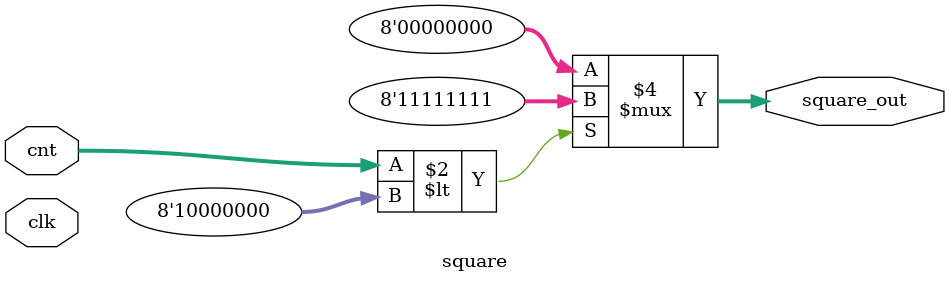
<source format=v>
module square(
    clk,
    cnt,
    square_out
);
input clk;
input [7:0] cnt;
output reg [7:0] square_out;

always @(cnt) begin
    if(cnt < 8'd128) square_out<=8'd255;
    else square_out<=8'd0;
end
endmodule


</source>
